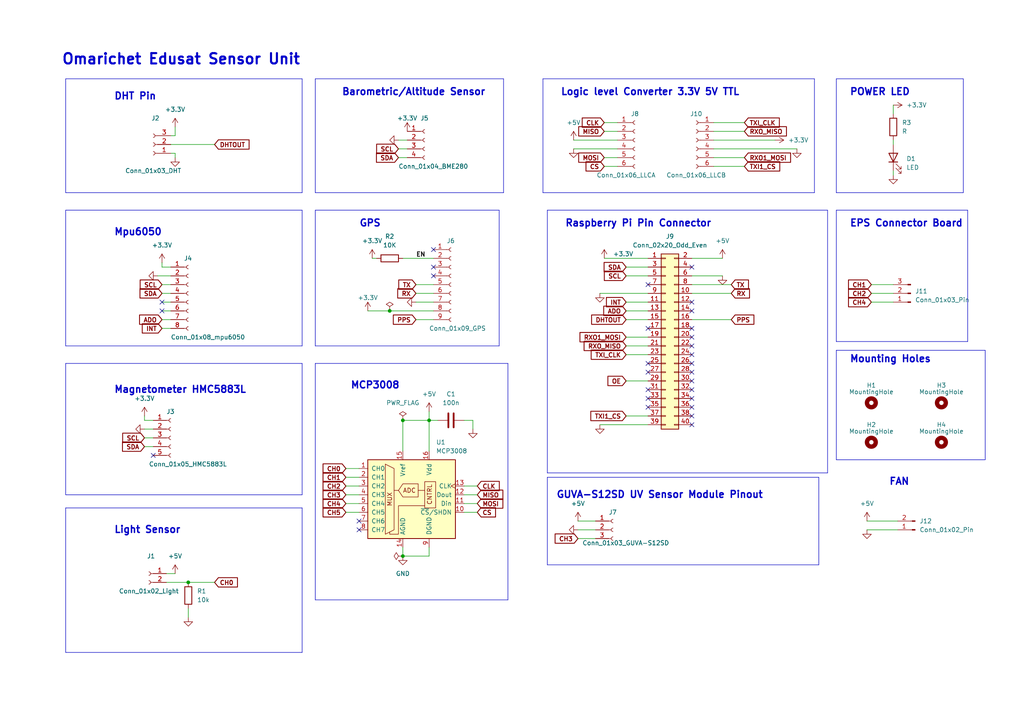
<source format=kicad_sch>
(kicad_sch (version 20230121) (generator eeschema)
  (paper "A4")
  (title_block (title "Edusat Sensor Board v1.5") (date "2023-09-18") (rev "1.5") (company "Omarichet") (comment 1 "A redesign of the Edusat Sensor Board for generation and printing by JLPCB. Total size should be 8x8 cm."))
  (lib_symbols
    (symbol "Analog_ADC:MCP3008" (pin_names (offset 1.016))
      (property "Reference" "U" (at -5.08 13.335 0))
      (property "Value" "MCP3008" (at -5.08 11.43 0))
      (symbol "MCP3008_0_0"
        (text "ADC" (at -0.635 1.27 0) (effects (font (size 1.27 1.27))))
        (text "CNTRL" (at 5.969 -2.921 900) (effects (font (size 1.27 1.27)) (justify left bottom)))
        (text "MUX" (at -6.35 -1.27 900) (effects (font (size 1.27 1.27))))
      )
      (symbol "MCP3008_0_1"
        (polyline (pts (xy -3.81 1.27) (xy -5.08 1.27)))
        (polyline (pts (xy 1.905 1.27) (xy 3.81 1.27)))
        (polyline (pts (xy -7.62 8.89) (xy -7.62 -11.43) (xy -5.08 -10.16) (xy -5.08 7.62) (xy -7.62 8.89)))
        (polyline (pts (xy 3.81 -3.175) (xy -3.81 -3.175) (xy -3.81 -11.43) (xy -6.35 -11.43) (xy -6.35 -10.795)))
        (polyline (pts (xy 1.905 3.175) (xy 1.905 -0.635) (xy -2.54 -0.635) (xy -3.81 1.27) (xy -2.54 3.175) (xy 1.905 3.175)))
        (rectangle (start 3.81 -3.81) (end 6.985 3.81))
        (rectangle (start 12.7 -12.7) (end -12.7 10.16) (stroke (width 0.254)) (fill (type background)))
      )
      (symbol "MCP3008_1_1"
        (pin input line (at -15.24 7.62 0) (length 2.54) (name "CH0") (number "1"))
        (pin input line (at 15.24 -5.08 180) (length 2.54) (name "~{CS}/SHDN") (number "10"))
        (pin input line (at 15.24 -2.54 180) (length 2.54) (name "Din") (number "11"))
        (pin output line (at 15.24 0 180) (length 2.54) (name "Dout") (number "12"))
        (pin input clock (at 15.24 2.54 180) (length 2.54) (name "CLK") (number "13"))
        (pin power_in line (at -2.54 -15.24 90) (length 2.54) (name "AGND") (number "14"))
        (pin power_in line (at -2.54 12.7 270) (length 2.54) (name "Vref") (number "15"))
        (pin power_in line (at 5.08 12.7 270) (length 2.54) (name "Vdd") (number "16"))
        (pin input line (at -15.24 5.08 0) (length 2.54) (name "CH1") (number "2"))
        (pin input line (at -15.24 2.54 0) (length 2.54) (name "CH2") (number "3"))
        (pin input line (at -15.24 0 0) (length 2.54) (name "CH3") (number "4"))
        (pin input line (at -15.24 -2.54 0) (length 2.54) (name "CH4") (number "5"))
        (pin input line (at -15.24 -5.08 0) (length 2.54) (name "CH5") (number "6"))
        (pin input line (at -15.24 -7.62 0) (length 2.54) (name "CH6") (number "7"))
        (pin input line (at -15.24 -10.16 0) (length 2.54) (name "CH7") (number "8"))
        (pin power_in line (at 5.08 -15.24 90) (length 2.54) (name "DGND") (number "9"))
      )
    )
    (symbol "Connector:Conn_01x02_Female" (pin_names (offset 1.016) hide)
      (property "Reference" "J" (at 0 2.54 0))
      (property "Value" "Conn_01x02_Female" (at 0 -5.08 0))
      (symbol "Conn_01x02_Female_1_1"
        (arc (start 0 -2.032) (mid -0.5058 -2.54) (end 0 -3.048) (stroke (width 0.1524)))
        (polyline (pts (xy -1.27 -2.54) (xy -0.508 -2.54)) (stroke (width 0.1524)))
        (polyline (pts (xy -1.27 0) (xy -0.508 0)) (stroke (width 0.1524)))
        (arc (start 0 0.508) (mid -0.5058 0) (end 0 -0.508) (stroke (width 0.1524)))
        (pin passive line (at -5.08 0 0) (length 3.81) (name "Pin_1") (number "1"))
        (pin passive line (at -5.08 -2.54 0) (length 3.81) (name "Pin_2") (number "2"))
      )
    )
    (symbol "Connector:Conn_01x02_Pin" (pin_names (offset 1.016) hide)
      (property "Reference" "J" (at 0 2.54 0))
      (property "Value" "Conn_01x02_Pin" (at 0 -5.08 0))
      (symbol "Conn_01x02_Pin_1_1"
        (polyline (pts (xy 1.27 -2.54) (xy 0.8636 -2.54)) (stroke (width 0.1524)))
        (polyline (pts (xy 1.27 0) (xy 0.8636 0)) (stroke (width 0.1524)))
        (rectangle (start 0.8636 -2.413) (end 0 -2.667) (stroke (width 0.1524)) (fill (type outline)))
        (rectangle (start 0.8636 0.127) (end 0 -0.127) (stroke (width 0.1524)) (fill (type outline)))
        (pin passive line (at 5.08 0 180) (length 3.81) (name "Pin_1") (number "1"))
        (pin passive line (at 5.08 -2.54 180) (length 3.81) (name "Pin_2") (number "2"))
      )
    )
    (symbol "Connector:Conn_01x03_Female" (pin_names (offset 1.016) hide)
      (property "Reference" "J" (at 0 5.08 0))
      (property "Value" "Conn_01x03_Female" (at 0 -5.08 0))
      (symbol "Conn_01x03_Female_1_1"
        (arc (start 0 -2.032) (mid -0.5058 -2.54) (end 0 -3.048) (stroke (width 0.1524)))
        (polyline (pts (xy -1.27 -2.54) (xy -0.508 -2.54)) (stroke (width 0.1524)))
        (polyline (pts (xy -1.27 0) (xy -0.508 0)) (stroke (width 0.1524)))
        (polyline (pts (xy -1.27 2.54) (xy -0.508 2.54)) (stroke (width 0.1524)))
        (arc (start 0 0.508) (mid -0.5058 0) (end 0 -0.508) (stroke (width 0.1524)))
        (arc (start 0 3.048) (mid -0.5058 2.54) (end 0 2.032) (stroke (width 0.1524)))
        (pin passive line (at -5.08 2.54 0) (length 3.81) (name "Pin_1") (number "1"))
        (pin passive line (at -5.08 0 0) (length 3.81) (name "Pin_2") (number "2"))
        (pin passive line (at -5.08 -2.54 0) (length 3.81) (name "Pin_3") (number "3"))
      )
    )
    (symbol "Connector:Conn_01x03_Pin" (pin_names (offset 1.016) hide)
      (property "Reference" "J" (at 0 5.08 0))
      (property "Value" "Conn_01x03_Pin" (at 0 -5.08 0))
      (symbol "Conn_01x03_Pin_1_1"
        (polyline (pts (xy 1.27 -2.54) (xy 0.8636 -2.54)) (stroke (width 0.1524)))
        (polyline (pts (xy 1.27 0) (xy 0.8636 0)) (stroke (width 0.1524)))
        (polyline (pts (xy 1.27 2.54) (xy 0.8636 2.54)) (stroke (width 0.1524)))
        (rectangle (start 0.8636 -2.413) (end 0 -2.667) (stroke (width 0.1524)) (fill (type outline)))
        (rectangle (start 0.8636 0.127) (end 0 -0.127) (stroke (width 0.1524)) (fill (type outline)))
        (rectangle (start 0.8636 2.667) (end 0 2.413) (stroke (width 0.1524)) (fill (type outline)))
        (pin passive line (at 5.08 2.54 180) (length 3.81) (name "Pin_1") (number "1"))
        (pin passive line (at 5.08 0 180) (length 3.81) (name "Pin_2") (number "2"))
        (pin passive line (at 5.08 -2.54 180) (length 3.81) (name "Pin_3") (number "3"))
      )
    )
    (symbol "Connector:Conn_01x04_Female" (pin_names (offset 1.016) hide)
      (property "Reference" "J" (at 0 5.08 0))
      (property "Value" "Conn_01x04_Female" (at 0 -7.62 0))
      (symbol "Conn_01x04_Female_1_1"
        (arc (start 0 -4.572) (mid -0.5058 -5.08) (end 0 -5.588) (stroke (width 0.1524)))
        (arc (start 0 -2.032) (mid -0.5058 -2.54) (end 0 -3.048) (stroke (width 0.1524)))
        (polyline (pts (xy -1.27 -5.08) (xy -0.508 -5.08)) (stroke (width 0.1524)))
        (polyline (pts (xy -1.27 -2.54) (xy -0.508 -2.54)) (stroke (width 0.1524)))
        (polyline (pts (xy -1.27 0) (xy -0.508 0)) (stroke (width 0.1524)))
        (polyline (pts (xy -1.27 2.54) (xy -0.508 2.54)) (stroke (width 0.1524)))
        (arc (start 0 0.508) (mid -0.5058 0) (end 0 -0.508) (stroke (width 0.1524)))
        (arc (start 0 3.048) (mid -0.5058 2.54) (end 0 2.032) (stroke (width 0.1524)))
        (pin passive line (at -5.08 2.54 0) (length 3.81) (name "Pin_1") (number "1"))
        (pin passive line (at -5.08 0 0) (length 3.81) (name "Pin_2") (number "2"))
        (pin passive line (at -5.08 -2.54 0) (length 3.81) (name "Pin_3") (number "3"))
        (pin passive line (at -5.08 -5.08 0) (length 3.81) (name "Pin_4") (number "4"))
      )
    )
    (symbol "Connector:Conn_01x05_Female" (pin_names (offset 1.016) hide)
      (property "Reference" "J" (at 0 7.62 0))
      (property "Value" "Conn_01x05_Female" (at 0 -7.62 0))
      (symbol "Conn_01x05_Female_1_1"
        (arc (start 0 -4.572) (mid -0.5058 -5.08) (end 0 -5.588) (stroke (width 0.1524)))
        (arc (start 0 -2.032) (mid -0.5058 -2.54) (end 0 -3.048) (stroke (width 0.1524)))
        (polyline (pts (xy -1.27 -5.08) (xy -0.508 -5.08)) (stroke (width 0.1524)))
        (polyline (pts (xy -1.27 -2.54) (xy -0.508 -2.54)) (stroke (width 0.1524)))
        (polyline (pts (xy -1.27 0) (xy -0.508 0)) (stroke (width 0.1524)))
        (polyline (pts (xy -1.27 2.54) (xy -0.508 2.54)) (stroke (width 0.1524)))
        (polyline (pts (xy -1.27 5.08) (xy -0.508 5.08)) (stroke (width 0.1524)))
        (arc (start 0 0.508) (mid -0.5058 0) (end 0 -0.508) (stroke (width 0.1524)))
        (arc (start 0 3.048) (mid -0.5058 2.54) (end 0 2.032) (stroke (width 0.1524)))
        (arc (start 0 5.588) (mid -0.5058 5.08) (end 0 4.572) (stroke (width 0.1524)))
        (pin passive line (at -5.08 5.08 0) (length 3.81) (name "Pin_1") (number "1"))
        (pin passive line (at -5.08 2.54 0) (length 3.81) (name "Pin_2") (number "2"))
        (pin passive line (at -5.08 0 0) (length 3.81) (name "Pin_3") (number "3"))
        (pin passive line (at -5.08 -2.54 0) (length 3.81) (name "Pin_4") (number "4"))
        (pin passive line (at -5.08 -5.08 0) (length 3.81) (name "Pin_5") (number "5"))
      )
    )
    (symbol "Connector:Conn_01x06_Female" (pin_names (offset 1.016) hide)
      (property "Reference" "J" (at 0 7.62 0))
      (property "Value" "Conn_01x06_Female" (at 0 -10.16 0))
      (symbol "Conn_01x06_Female_1_1"
        (arc (start 0 -7.112) (mid -0.5058 -7.62) (end 0 -8.128) (stroke (width 0.1524)))
        (arc (start 0 -4.572) (mid -0.5058 -5.08) (end 0 -5.588) (stroke (width 0.1524)))
        (arc (start 0 -2.032) (mid -0.5058 -2.54) (end 0 -3.048) (stroke (width 0.1524)))
        (polyline (pts (xy -1.27 -7.62) (xy -0.508 -7.62)) (stroke (width 0.1524)))
        (polyline (pts (xy -1.27 -5.08) (xy -0.508 -5.08)) (stroke (width 0.1524)))
        (polyline (pts (xy -1.27 -2.54) (xy -0.508 -2.54)) (stroke (width 0.1524)))
        (polyline (pts (xy -1.27 0) (xy -0.508 0)) (stroke (width 0.1524)))
        (polyline (pts (xy -1.27 2.54) (xy -0.508 2.54)) (stroke (width 0.1524)))
        (polyline (pts (xy -1.27 5.08) (xy -0.508 5.08)) (stroke (width 0.1524)))
        (arc (start 0 0.508) (mid -0.5058 0) (end 0 -0.508) (stroke (width 0.1524)))
        (arc (start 0 3.048) (mid -0.5058 2.54) (end 0 2.032) (stroke (width 0.1524)))
        (arc (start 0 5.588) (mid -0.5058 5.08) (end 0 4.572) (stroke (width 0.1524)))
        (pin passive line (at -5.08 5.08 0) (length 3.81) (name "Pin_1") (number "1"))
        (pin passive line (at -5.08 2.54 0) (length 3.81) (name "Pin_2") (number "2"))
        (pin passive line (at -5.08 0 0) (length 3.81) (name "Pin_3") (number "3"))
        (pin passive line (at -5.08 -2.54 0) (length 3.81) (name "Pin_4") (number "4"))
        (pin passive line (at -5.08 -5.08 0) (length 3.81) (name "Pin_5") (number "5"))
        (pin passive line (at -5.08 -7.62 0) (length 3.81) (name "Pin_6") (number "6"))
      )
    )
    (symbol "Connector:Conn_01x08_Female" (pin_names (offset 1.016) hide)
      (property "Reference" "J" (at 0 10.16 0))
      (property "Value" "Conn_01x08_Female" (at 0 -12.7 0))
      (symbol "Conn_01x08_Female_1_1"
        (arc (start 0 -9.652) (mid -0.5058 -10.16) (end 0 -10.668) (stroke (width 0.1524)))
        (arc (start 0 -7.112) (mid -0.5058 -7.62) (end 0 -8.128) (stroke (width 0.1524)))
        (arc (start 0 -4.572) (mid -0.5058 -5.08) (end 0 -5.588) (stroke (width 0.1524)))
        (arc (start 0 -2.032) (mid -0.5058 -2.54) (end 0 -3.048) (stroke (width 0.1524)))
        (polyline (pts (xy -1.27 -10.16) (xy -0.508 -10.16)) (stroke (width 0.1524)))
        (polyline (pts (xy -1.27 -7.62) (xy -0.508 -7.62)) (stroke (width 0.1524)))
        (polyline (pts (xy -1.27 -5.08) (xy -0.508 -5.08)) (stroke (width 0.1524)))
        (polyline (pts (xy -1.27 -2.54) (xy -0.508 -2.54)) (stroke (width 0.1524)))
        (polyline (pts (xy -1.27 0) (xy -0.508 0)) (stroke (width 0.1524)))
        (polyline (pts (xy -1.27 2.54) (xy -0.508 2.54)) (stroke (width 0.1524)))
        (polyline (pts (xy -1.27 5.08) (xy -0.508 5.08)) (stroke (width 0.1524)))
        (polyline (pts (xy -1.27 7.62) (xy -0.508 7.62)) (stroke (width 0.1524)))
        (arc (start 0 0.508) (mid -0.5058 0) (end 0 -0.508) (stroke (width 0.1524)))
        (arc (start 0 3.048) (mid -0.5058 2.54) (end 0 2.032) (stroke (width 0.1524)))
        (arc (start 0 5.588) (mid -0.5058 5.08) (end 0 4.572) (stroke (width 0.1524)))
        (arc (start 0 8.128) (mid -0.5058 7.62) (end 0 7.112) (stroke (width 0.1524)))
        (pin passive line (at -5.08 7.62 0) (length 3.81) (name "Pin_1") (number "1"))
        (pin passive line (at -5.08 5.08 0) (length 3.81) (name "Pin_2") (number "2"))
        (pin passive line (at -5.08 2.54 0) (length 3.81) (name "Pin_3") (number "3"))
        (pin passive line (at -5.08 0 0) (length 3.81) (name "Pin_4") (number "4"))
        (pin passive line (at -5.08 -2.54 0) (length 3.81) (name "Pin_5") (number "5"))
        (pin passive line (at -5.08 -5.08 0) (length 3.81) (name "Pin_6") (number "6"))
        (pin passive line (at -5.08 -7.62 0) (length 3.81) (name "Pin_7") (number "7"))
        (pin passive line (at -5.08 -10.16 0) (length 3.81) (name "Pin_8") (number "8"))
      )
    )
    (symbol "Connector:Conn_01x09_Female" (pin_names (offset 1.016) hide)
      (property "Reference" "J" (at 0 12.7 0))
      (property "Value" "Conn_01x09_Female" (at 0 -12.7 0))
      (symbol "Conn_01x09_Female_1_1"
        (arc (start 0 -9.652) (mid -0.5058 -10.16) (end 0 -10.668) (stroke (width 0.1524)))
        (arc (start 0 -7.112) (mid -0.5058 -7.62) (end 0 -8.128) (stroke (width 0.1524)))
        (arc (start 0 -4.572) (mid -0.5058 -5.08) (end 0 -5.588) (stroke (width 0.1524)))
        (arc (start 0 -2.032) (mid -0.5058 -2.54) (end 0 -3.048) (stroke (width 0.1524)))
        (polyline (pts (xy -1.27 -10.16) (xy -0.508 -10.16)) (stroke (width 0.1524)))
        (polyline (pts (xy -1.27 -7.62) (xy -0.508 -7.62)) (stroke (width 0.1524)))
        (polyline (pts (xy -1.27 -5.08) (xy -0.508 -5.08)) (stroke (width 0.1524)))
        (polyline (pts (xy -1.27 -2.54) (xy -0.508 -2.54)) (stroke (width 0.1524)))
        (polyline (pts (xy -1.27 0) (xy -0.508 0)) (stroke (width 0.1524)))
        (polyline (pts (xy -1.27 2.54) (xy -0.508 2.54)) (stroke (width 0.1524)))
        (polyline (pts (xy -1.27 5.08) (xy -0.508 5.08)) (stroke (width 0.1524)))
        (polyline (pts (xy -1.27 7.62) (xy -0.508 7.62)) (stroke (width 0.1524)))
        (polyline (pts (xy -1.27 10.16) (xy -0.508 10.16)) (stroke (width 0.1524)))
        (arc (start 0 0.508) (mid -0.5058 0) (end 0 -0.508) (stroke (width 0.1524)))
        (arc (start 0 3.048) (mid -0.5058 2.54) (end 0 2.032) (stroke (width 0.1524)))
        (arc (start 0 5.588) (mid -0.5058 5.08) (end 0 4.572) (stroke (width 0.1524)))
        (arc (start 0 8.128) (mid -0.5058 7.62) (end 0 7.112) (stroke (width 0.1524)))
        (arc (start 0 10.668) (mid -0.5058 10.16) (end 0 9.652) (stroke (width 0.1524)))
        (pin passive line (at -5.08 10.16 0) (length 3.81) (name "Pin_1") (number "1"))
        (pin passive line (at -5.08 7.62 0) (length 3.81) (name "Pin_2") (number "2"))
        (pin passive line (at -5.08 5.08 0) (length 3.81) (name "Pin_3") (number "3"))
        (pin passive line (at -5.08 2.54 0) (length 3.81) (name "Pin_4") (number "4"))
        (pin passive line (at -5.08 0 0) (length 3.81) (name "Pin_5") (number "5"))
        (pin passive line (at -5.08 -2.54 0) (length 3.81) (name "Pin_6") (number "6"))
        (pin passive line (at -5.08 -5.08 0) (length 3.81) (name "Pin_7") (number "7"))
        (pin passive line (at -5.08 -7.62 0) (length 3.81) (name "Pin_8") (number "8"))
        (pin passive line (at -5.08 -10.16 0) (length 3.81) (name "Pin_9") (number "9"))
      )
    )
    (symbol "Connector_Generic:Conn_02x20_Odd_Even" (pin_names (offset 1.016) hide)
      (property "Reference" "J" (at 1.27 25.4 0))
      (property "Value" "Conn_02x20_Odd_Even" (at 1.27 -27.94 0))
      (symbol "Conn_02x20_Odd_Even_1_1"
        (rectangle (start -1.27 -25.273) (end 0 -25.527) (stroke (width 0.1524)))
        (rectangle (start -1.27 -22.733) (end 0 -22.987) (stroke (width 0.1524)))
        (rectangle (start -1.27 -20.193) (end 0 -20.447) (stroke (width 0.1524)))
        (rectangle (start -1.27 -17.653) (end 0 -17.907) (stroke (width 0.1524)))
        (rectangle (start -1.27 -15.113) (end 0 -15.367) (stroke (width 0.1524)))
        (rectangle (start -1.27 -12.573) (end 0 -12.827) (stroke (width 0.1524)))
        (rectangle (start -1.27 -10.033) (end 0 -10.287) (stroke (width 0.1524)))
        (rectangle (start -1.27 -7.493) (end 0 -7.747) (stroke (width 0.1524)))
        (rectangle (start -1.27 -4.953) (end 0 -5.207) (stroke (width 0.1524)))
        (rectangle (start -1.27 -2.413) (end 0 -2.667) (stroke (width 0.1524)))
        (rectangle (start -1.27 0.127) (end 0 -0.127) (stroke (width 0.1524)))
        (rectangle (start -1.27 2.667) (end 0 2.413) (stroke (width 0.1524)))
        (rectangle (start -1.27 5.207) (end 0 4.953) (stroke (width 0.1524)))
        (rectangle (start -1.27 7.747) (end 0 7.493) (stroke (width 0.1524)))
        (rectangle (start -1.27 10.287) (end 0 10.033) (stroke (width 0.1524)))
        (rectangle (start -1.27 12.827) (end 0 12.573) (stroke (width 0.1524)))
        (rectangle (start -1.27 15.367) (end 0 15.113) (stroke (width 0.1524)))
        (rectangle (start -1.27 17.907) (end 0 17.653) (stroke (width 0.1524)))
        (rectangle (start -1.27 20.447) (end 0 20.193) (stroke (width 0.1524)))
        (rectangle (start -1.27 22.987) (end 0 22.733) (stroke (width 0.1524)))
        (rectangle (start -1.27 24.13) (end 3.81 -26.67) (stroke (width 0.254)) (fill (type background)))
        (rectangle (start 3.81 -25.273) (end 2.54 -25.527) (stroke (width 0.1524)))
        (rectangle (start 3.81 -22.733) (end 2.54 -22.987) (stroke (width 0.1524)))
        (rectangle (start 3.81 -20.193) (end 2.54 -20.447) (stroke (width 0.1524)))
        (rectangle (start 3.81 -17.653) (end 2.54 -17.907) (stroke (width 0.1524)))
        (rectangle (start 3.81 -15.113) (end 2.54 -15.367) (stroke (width 0.1524)))
        (rectangle (start 3.81 -12.573) (end 2.54 -12.827) (stroke (width 0.1524)))
        (rectangle (start 3.81 -10.033) (end 2.54 -10.287) (stroke (width 0.1524)))
        (rectangle (start 3.81 -7.493) (end 2.54 -7.747) (stroke (width 0.1524)))
        (rectangle (start 3.81 -4.953) (end 2.54 -5.207) (stroke (width 0.1524)))
        (rectangle (start 3.81 -2.413) (end 2.54 -2.667) (stroke (width 0.1524)))
        (rectangle (start 3.81 0.127) (end 2.54 -0.127) (stroke (width 0.1524)))
        (rectangle (start 3.81 2.667) (end 2.54 2.413) (stroke (width 0.1524)))
        (rectangle (start 3.81 5.207) (end 2.54 4.953) (stroke (width 0.1524)))
        (rectangle (start 3.81 7.747) (end 2.54 7.493) (stroke (width 0.1524)))
        (rectangle (start 3.81 10.287) (end 2.54 10.033) (stroke (width 0.1524)))
        (rectangle (start 3.81 12.827) (end 2.54 12.573) (stroke (width 0.1524)))
        (rectangle (start 3.81 15.367) (end 2.54 15.113) (stroke (width 0.1524)))
        (rectangle (start 3.81 17.907) (end 2.54 17.653) (stroke (width 0.1524)))
        (rectangle (start 3.81 20.447) (end 2.54 20.193) (stroke (width 0.1524)))
        (rectangle (start 3.81 22.987) (end 2.54 22.733) (stroke (width 0.1524)))
        (pin passive line (at -5.08 22.86 0) (length 3.81) (name "Pin_1") (number "1"))
        (pin passive line (at 7.62 12.7 180) (length 3.81) (name "Pin_10") (number "10"))
        (pin passive line (at -5.08 10.16 0) (length 3.81) (name "Pin_11") (number "11"))
        (pin passive line (at 7.62 10.16 180) (length 3.81) (name "Pin_12") (number "12"))
        (pin passive line (at -5.08 7.62 0) (length 3.81) (name "Pin_13") (number "13"))
        (pin passive line (at 7.62 7.62 180) (length 3.81) (name "Pin_14") (number "14"))
        (pin passive line (at -5.08 5.08 0) (length 3.81) (name "Pin_15") (number "15"))
        (pin passive line (at 7.62 5.08 180) (length 3.81) (name "Pin_16") (number "16"))
        (pin passive line (at -5.08 2.54 0) (length 3.81) (name "Pin_17") (number "17"))
        (pin passive line (at 7.62 2.54 180) (length 3.81) (name "Pin_18") (number "18"))
        (pin passive line (at -5.08 0 0) (length 3.81) (name "Pin_19") (number "19"))
        (pin passive line (at 7.62 22.86 180) (length 3.81) (name "Pin_2") (number "2"))
        (pin passive line (at 7.62 0 180) (length 3.81) (name "Pin_20") (number "20"))
        (pin passive line (at -5.08 -2.54 0) (length 3.81) (name "Pin_21") (number "21"))
        (pin passive line (at 7.62 -2.54 180) (length 3.81) (name "Pin_22") (number "22"))
        (pin passive line (at -5.08 -5.08 0) (length 3.81) (name "Pin_23") (number "23"))
        (pin passive line (at 7.62 -5.08 180) (length 3.81) (name "Pin_24") (number "24"))
        (pin passive line (at -5.08 -7.62 0) (length 3.81) (name "Pin_25") (number "25"))
        (pin passive line (at 7.62 -7.62 180) (length 3.81) (name "Pin_26") (number "26"))
        (pin passive line (at -5.08 -10.16 0) (length 3.81) (name "Pin_27") (number "27"))
        (pin passive line (at 7.62 -10.16 180) (length 3.81) (name "Pin_28") (number "28"))
        (pin passive line (at -5.08 -12.7 0) (length 3.81) (name "Pin_29") (number "29"))
        (pin passive line (at -5.08 20.32 0) (length 3.81) (name "Pin_3") (number "3"))
        (pin passive line (at 7.62 -12.7 180) (length 3.81) (name "Pin_30") (number "30"))
        (pin passive line (at -5.08 -15.24 0) (length 3.81) (name "Pin_31") (number "31"))
        (pin passive line (at 7.62 -15.24 180) (length 3.81) (name "Pin_32") (number "32"))
        (pin passive line (at -5.08 -17.78 0) (length 3.81) (name "Pin_33") (number "33"))
        (pin passive line (at 7.62 -17.78 180) (length 3.81) (name "Pin_34") (number "34"))
        (pin passive line (at -5.08 -20.32 0) (length 3.81) (name "Pin_35") (number "35"))
        (pin passive line (at 7.62 -20.32 180) (length 3.81) (name "Pin_36") (number "36"))
        (pin passive line (at -5.08 -22.86 0) (length 3.81) (name "Pin_37") (number "37"))
        (pin passive line (at 7.62 -22.86 180) (length 3.81) (name "Pin_38") (number "38"))
        (pin passive line (at -5.08 -25.4 0) (length 3.81) (name "Pin_39") (number "39"))
        (pin passive line (at 7.62 20.32 180) (length 3.81) (name "Pin_4") (number "4"))
        (pin passive line (at 7.62 -25.4 180) (length 3.81) (name "Pin_40") (number "40"))
        (pin passive line (at -5.08 17.78 0) (length 3.81) (name "Pin_5") (number "5"))
        (pin passive line (at 7.62 17.78 180) (length 3.81) (name "Pin_6") (number "6"))
        (pin passive line (at -5.08 15.24 0) (length 3.81) (name "Pin_7") (number "7"))
        (pin passive line (at 7.62 15.24 180) (length 3.81) (name "Pin_8") (number "8"))
        (pin passive line (at -5.08 12.7 0) (length 3.81) (name "Pin_9") (number "9"))
      )
    )
    (symbol "Device:C" (pin_numbers hide) (pin_names (offset 0.254))
      (property "Reference" "C" (at 0.635 2.54 0))
      (property "Value" "C" (at 0.635 -2.54 0))
      (symbol "C_0_1"
        (polyline (pts (xy -2.032 -0.762) (xy 2.032 -0.762)) (stroke (width 0.508)))
        (polyline (pts (xy -2.032 0.762) (xy 2.032 0.762)) (stroke (width 0.508)))
      )
      (symbol "C_1_1"
        (pin passive line (at 0 3.81 270) (length 2.794) (name "~") (number "1"))
        (pin passive line (at 0 -3.81 90) (length 2.794) (name "~") (number "2"))
      )
    )
    (symbol "Device:LED" (pin_numbers hide) (pin_names (offset 1.016) hide)
      (property "Reference" "D" (at 0 2.54 0))
      (property "Value" "LED" (at 0 -2.54 0))
      (symbol "LED_0_1"
        (polyline (pts (xy -1.27 -1.27) (xy -1.27 1.27)) (stroke (width 0.254)))
        (polyline (pts (xy -1.27 0) (xy 1.27 0)))
        (polyline (pts (xy 1.27 -1.27) (xy 1.27 1.27) (xy -1.27 0) (xy 1.27 -1.27)) (stroke (width 0.254)))
        (polyline (pts (xy -3.048 -0.762) (xy -4.572 -2.286) (xy -3.81 -2.286) (xy -4.572 -2.286) (xy -4.572 -1.524)))
        (polyline (pts (xy -1.778 -0.762) (xy -3.302 -2.286) (xy -2.54 -2.286) (xy -3.302 -2.286) (xy -3.302 -1.524)))
      )
      (symbol "LED_1_1"
        (pin passive line (at -3.81 0 0) (length 2.54) (name "K") (number "1"))
        (pin passive line (at 3.81 0 180) (length 2.54) (name "A") (number "2"))
      )
    )
    (symbol "Device:R" (pin_numbers hide) (pin_names (offset 0))
      (property "Reference" "R" (at 2.032 0 90))
      (property "Value" "R" (at 0 0 90))
      (symbol "R_0_1"
        (rectangle (start -1.016 -2.54) (end 1.016 2.54) (stroke (width 0.254)))
      )
      (symbol "R_1_1"
        (pin passive line (at 0 3.81 270) (length 1.27) (name "~") (number "1"))
        (pin passive line (at 0 -3.81 90) (length 1.27) (name "~") (number "2"))
      )
    )
    (symbol "Mechanical:MountingHole" (pin_names (offset 1.016))
      (property "Reference" "H" (at 0 5.08 0))
      (property "Value" "MountingHole" (at 0 3.175 0))
      (symbol "MountingHole_0_1"
        (circle (center 0 0) (radius 1.27) (stroke (width 1.27)))
      )
    )
    (symbol "power:+3.3V" (power) (pin_names (offset 0))
      (property "Value" "+3.3V" (at 0 3.556 0))
      (symbol "+3.3V_0_1"
        (polyline (pts (xy -0.762 1.27) (xy 0 2.54)))
        (polyline (pts (xy 0 0) (xy 0 2.54)))
        (polyline (pts (xy 0 2.54) (xy 0.762 1.27)))
      )
      (symbol "+3.3V_1_1"
        (pin power_in line (at 0 0 90) (length 0) hide (name "+3.3V") (number "1"))
      )
    )
    (symbol "power:+5V" (power) (pin_names (offset 0))
      (property "Value" "+5V" (at 0 3.556 0))
      (symbol "+5V_0_1"
        (polyline (pts (xy -0.762 1.27) (xy 0 2.54)))
        (polyline (pts (xy 0 0) (xy 0 2.54)))
        (polyline (pts (xy 0 2.54) (xy 0.762 1.27)))
      )
      (symbol "+5V_1_1"
        (pin power_in line (at 0 0 90) (length 0) hide (name "+5V") (number "1"))
      )
    )
    (symbol "power:GND" (power) (pin_names (offset 0))
      (property "Value" "GND" (at 0 -3.81 0))
      (symbol "GND_0_1"
        (polyline (pts (xy 0 0) (xy 0 -1.27) (xy 1.27 -1.27) (xy 0 -2.54) (xy -1.27 -1.27) (xy 0 -1.27)))
      )
      (symbol "GND_1_1"
        (pin power_in line (at 0 0 270) (length 0) hide (name "GND") (number "1"))
      )
    )
    (symbol "power:PWR_FLAG" (power) (pin_numbers hide) (pin_names (offset 0) hide)
      (property "Value" "PWR_FLAG" (at 0 3.81 0))
      (symbol "PWR_FLAG_0_0"
        (pin power_out line (at 0 0 90) (length 0) (name "pwr") (number "1"))
      )
      (symbol "PWR_FLAG_0_1"
        (polyline (pts (xy 0 0) (xy 0 1.27) (xy -1.016 1.905) (xy 0 2.54) (xy 1.016 1.905) (xy 0 1.27)))
      )
    )
  )
  (junction (at 116.84 121.92))
  (junction (at 116.84 161.29))
  (junction (at 124.46 121.92))
  (junction (at 54.61 168.91))
  (junction (at 113.03 90.17))
  (no_connect (at 200.66 107.95))
  (no_connect (at 125.73 77.47))
  (no_connect (at 187.96 107.95))
  (no_connect (at 200.66 90.17))
  (no_connect (at 187.96 105.41))
  (no_connect (at 187.96 95.25))
  (no_connect (at 125.73 72.39))
  (no_connect (at 200.66 95.25))
  (no_connect (at 187.96 82.55))
  (no_connect (at 200.66 115.57))
  (no_connect (at 200.66 102.87))
  (no_connect (at 104.14 151.13))
  (no_connect (at 46.99 87.63))
  (no_connect (at 200.66 120.65))
  (no_connect (at 187.96 118.11))
  (no_connect (at 187.96 113.03))
  (no_connect (at 200.66 105.41))
  (no_connect (at 104.14 153.67))
  (no_connect (at 44.45 132.08))
  (no_connect (at 200.66 118.11))
  (no_connect (at 46.99 90.17))
  (no_connect (at 200.66 110.49))
  (no_connect (at 200.66 87.63))
  (no_connect (at 125.73 80.01))
  (no_connect (at 200.66 123.19))
  (no_connect (at 187.96 115.57))
  (no_connect (at 200.66 113.03))
  (no_connect (at 200.66 97.79))
  (no_connect (at 200.66 77.47))
  (no_connect (at 200.66 100.33))
  (wire (pts (xy 62.23 41.91) (xy 49.53 41.91)))
  (polyline (pts (xy 237.49 163.83) (xy 237.49 138.43)))
  (wire (pts (xy 251.46 151.13) (xy 260.35 151.13)))
  (wire (pts (xy 137.16 121.92) (xy 137.16 124.46)))
  (wire (pts (xy 46.99 85.09) (xy 49.53 85.09)))
  (wire (pts (xy 181.61 120.65) (xy 187.96 120.65)))
  (wire (pts (xy 181.61 80.01) (xy 187.96 80.01)))
  (wire (pts (xy 252.73 85.09) (xy 259.08 85.09)))
  (wire (pts (xy 41.91 124.46) (xy 44.45 124.46)))
  (polyline (pts (xy 240.03 137.16) (xy 158.75 137.16)))
  (wire (pts (xy 134.62 148.59) (xy 138.43 148.59)))
  (wire (pts (xy 113.03 90.17) (xy 125.73 90.17)))
  (polyline (pts (xy 147.32 173.99) (xy 91.44 173.99)))
  (polyline (pts (xy 87.63 189.23) (xy 19.05 189.23)))
  (polyline (pts (xy 87.63 143.51) (xy 19.05 143.51)))
  (wire (pts (xy 181.61 92.71) (xy 187.96 92.71)))
  (wire (pts (xy 173.99 85.09) (xy 187.96 85.09)))
  (polyline (pts (xy 158.75 163.83) (xy 237.49 163.83)))
  (wire (pts (xy 134.62 121.92) (xy 137.16 121.92)))
  (wire (pts (xy 46.99 76.2) (xy 46.99 77.47)))
  (wire (pts (xy 175.26 48.26) (xy 179.07 48.26)))
  (polyline (pts (xy 19.05 105.41) (xy 19.05 143.51)))
  (polyline (pts (xy 87.63 105.41) (xy 87.63 143.51)))
  (polyline (pts (xy 240.03 60.96) (xy 240.03 137.16)))
  (polyline (pts (xy 279.4 55.88) (xy 279.4 22.86)))
  (wire (pts (xy 48.26 168.91) (xy 54.61 168.91)))
  (wire (pts (xy 100.33 143.51) (xy 104.14 143.51)))
  (polyline (pts (xy 144.78 100.33) (xy 144.78 60.96)))
  (wire (pts (xy 181.61 110.49) (xy 187.96 110.49)))
  (wire (pts (xy 46.99 82.55) (xy 49.53 82.55)))
  (wire (pts (xy 252.73 82.55) (xy 259.08 82.55)))
  (polyline (pts (xy 91.44 100.33) (xy 144.78 100.33)))
  (wire (pts (xy 115.57 43.18) (xy 118.11 43.18)))
  (wire (pts (xy 181.61 100.33) (xy 187.96 100.33)))
  (wire (pts (xy 124.46 121.92) (xy 127 121.92)))
  (wire (pts (xy 124.46 121.92) (xy 124.46 130.81)))
  (polyline (pts (xy 91.44 22.86) (xy 91.44 55.88)))
  (wire (pts (xy 41.91 129.54) (xy 44.45 129.54)))
  (wire (pts (xy 252.73 87.63) (xy 259.08 87.63)))
  (polyline (pts (xy 91.44 105.41) (xy 91.44 173.99)))
  (polyline (pts (xy 242.57 22.86) (xy 279.4 22.86)))
  (polyline (pts (xy 91.44 60.96) (xy 144.78 60.96)))
  (wire (pts (xy 259.08 30.48) (xy 259.08 33.02)))
  (wire (pts (xy 200.66 74.93) (xy 209.55 74.93)))
  (wire (pts (xy 259.08 40.64) (xy 259.08 41.91)))
  (wire (pts (xy 134.62 143.51) (xy 138.43 143.51)))
  (wire (pts (xy 116.84 161.29) (xy 124.46 161.29)))
  (wire (pts (xy 200.66 85.09) (xy 212.09 85.09)))
  (wire (pts (xy 200.66 80.01) (xy 209.55 80.01)))
  (polyline (pts (xy 91.44 105.41) (xy 147.32 105.41)))
  (polyline (pts (xy 147.32 105.41) (xy 147.32 173.99)))
  (wire (pts (xy 120.65 87.63) (xy 125.73 87.63)))
  (polyline (pts (xy 158.75 60.96) (xy 158.75 137.16)))
  (polyline (pts (xy 19.05 60.96) (xy 87.63 60.96)))
  (wire (pts (xy 100.33 146.05) (xy 104.14 146.05)))
  (polyline (pts (xy 242.57 101.6) (xy 285.75 101.6)))
  (wire (pts (xy 173.99 123.19) (xy 187.96 123.19)))
  (wire (pts (xy 100.33 148.59) (xy 104.14 148.59)))
  (wire (pts (xy 120.65 82.55) (xy 125.73 82.55)))
  (wire (pts (xy 207.01 43.18) (xy 231.14 43.18)))
  (wire (pts (xy 120.65 85.09) (xy 125.73 85.09)))
  (polyline (pts (xy 87.63 22.86) (xy 87.63 55.88)))
  (wire (pts (xy 50.8 44.45) (xy 50.8 45.72)))
  (wire (pts (xy 54.61 168.91) (xy 62.23 168.91)))
  (wire (pts (xy 54.61 176.53) (xy 54.61 179.07)))
  (polyline (pts (xy 157.48 22.86) (xy 236.22 22.86)))
  (polyline (pts (xy 285.75 101.6) (xy 285.75 133.35)))
  (polyline (pts (xy 242.57 22.86) (xy 242.57 55.88)))
  (wire (pts (xy 207.01 38.1) (xy 215.9 38.1)))
  (polyline (pts (xy 91.44 60.96) (xy 91.44 100.33)))
  (wire (pts (xy 46.99 87.63) (xy 49.53 87.63)))
  (wire (pts (xy 45.72 80.01) (xy 49.53 80.01)))
  (polyline (pts (xy 87.63 60.96) (xy 87.63 100.33)))
  (polyline (pts (xy 158.75 60.96) (xy 240.03 60.96)))
  (wire (pts (xy 116.84 121.92) (xy 124.46 121.92)))
  (wire (pts (xy 200.66 92.71) (xy 212.09 92.71)))
  (polyline (pts (xy 236.22 55.88) (xy 236.22 22.86)))
  (wire (pts (xy 207.01 48.26) (xy 215.9 48.26)))
  (wire (pts (xy 207.01 45.72) (xy 215.9 45.72)))
  (wire (pts (xy 166.37 43.18) (xy 179.07 43.18)))
  (wire (pts (xy 134.62 146.05) (xy 138.43 146.05)))
  (wire (pts (xy 41.91 127) (xy 44.45 127)))
  (polyline (pts (xy 157.48 22.86) (xy 157.48 55.88)))
  (wire (pts (xy 46.99 95.25) (xy 49.53 95.25)))
  (wire (pts (xy 46.99 77.47) (xy 49.53 77.47)))
  (polyline (pts (xy 146.05 22.86) (xy 91.44 22.86)))
  (wire (pts (xy 50.8 36.83) (xy 50.8 39.37)))
  (wire (pts (xy 167.64 151.13) (xy 172.72 151.13)))
  (wire (pts (xy 100.33 138.43) (xy 104.14 138.43)))
  (wire (pts (xy 50.8 39.37) (xy 49.53 39.37)))
  (wire (pts (xy 41.91 121.92) (xy 44.45 121.92)))
  (wire (pts (xy 200.66 82.55) (xy 212.09 82.55)))
  (wire (pts (xy 116.84 158.75) (xy 116.84 161.29)))
  (wire (pts (xy 181.61 77.47) (xy 187.96 77.47)))
  (wire (pts (xy 175.26 35.56) (xy 179.07 35.56)))
  (wire (pts (xy 48.26 166.37) (xy 50.8 166.37)))
  (polyline (pts (xy 19.05 60.96) (xy 19.05 100.33)))
  (polyline (pts (xy 19.05 105.41) (xy 87.63 105.41)))
  (wire (pts (xy 167.64 156.21) (xy 172.72 156.21)))
  (polyline (pts (xy 19.05 22.86) (xy 87.63 22.86)))
  (wire (pts (xy 41.91 120.65) (xy 41.91 121.92)))
  (wire (pts (xy 116.84 74.93) (xy 125.73 74.93)))
  (polyline (pts (xy 146.05 55.88) (xy 146.05 22.86)))
  (polyline (pts (xy 19.05 147.32) (xy 19.05 189.23)))
  (wire (pts (xy 116.84 130.81) (xy 116.84 121.92)))
  (polyline (pts (xy 242.57 55.88) (xy 279.4 55.88)))
  (polyline (pts (xy 87.63 100.33) (xy 19.05 100.33)))
  (polyline (pts (xy 91.44 55.88) (xy 146.05 55.88)))
  (polyline (pts (xy 158.75 138.43) (xy 158.75 163.83)))
  (polyline (pts (xy 87.63 55.88) (xy 19.05 55.88)))
  (wire (pts (xy 207.01 40.64) (xy 224.79 40.64)))
  (wire (pts (xy 251.46 153.67) (xy 260.35 153.67)))
  (wire (pts (xy 259.08 49.53) (xy 259.08 50.8)))
  (wire (pts (xy 181.61 102.87) (xy 187.96 102.87)))
  (polyline (pts (xy 242.57 101.6) (xy 242.57 133.35)))
  (polyline (pts (xy 19.05 22.86) (xy 19.05 55.88)))
  (wire (pts (xy 115.57 45.72) (xy 118.11 45.72)))
  (wire (pts (xy 115.57 40.64) (xy 118.11 40.64)))
  (wire (pts (xy 167.64 153.67) (xy 172.72 153.67)))
  (wire (pts (xy 100.33 135.89) (xy 104.14 135.89)))
  (polyline (pts (xy 158.75 138.43) (xy 237.49 138.43)))
  (wire (pts (xy 181.61 87.63) (xy 187.96 87.63)))
  (wire (pts (xy 181.61 97.79) (xy 187.96 97.79)))
  (wire (pts (xy 181.61 90.17) (xy 187.96 90.17)))
  (wire (pts (xy 46.99 90.17) (xy 49.53 90.17)))
  (wire (pts (xy 175.26 45.72) (xy 179.07 45.72)))
  (polyline (pts (xy 19.05 147.32) (xy 87.63 147.32)))
  (polyline (pts (xy 242.57 60.96) (xy 242.57 99.06)))
  (polyline (pts (xy 157.48 55.88) (xy 236.22 55.88)))
  (wire (pts (xy 124.46 119.38) (xy 124.46 121.92)))
  (wire (pts (xy 49.53 44.45) (xy 50.8 44.45)))
  (wire (pts (xy 46.99 92.71) (xy 49.53 92.71)))
  (wire (pts (xy 124.46 161.29) (xy 124.46 158.75)))
  (polyline (pts (xy 280.67 60.96) (xy 280.67 99.06)))
  (wire (pts (xy 175.26 38.1) (xy 179.07 38.1)))
  (wire (pts (xy 100.33 140.97) (xy 104.14 140.97)))
  (polyline (pts (xy 87.63 147.32) (xy 87.63 189.23)))
  (wire (pts (xy 175.26 74.93) (xy 187.96 74.93)))
  (wire (pts (xy 207.01 35.56) (xy 215.9 35.56)))
  (polyline (pts (xy 285.75 133.35) (xy 242.57 133.35)))
  (polyline (pts (xy 280.67 99.06) (xy 242.57 99.06)))
  (wire (pts (xy 134.62 140.97) (xy 138.43 140.97)))
  (wire (pts (xy 106.68 90.17) (xy 113.03 90.17)))
  (wire (pts (xy 107.95 74.93) (xy 109.22 74.93)))
  (wire (pts (xy 120.65 92.71) (xy 125.73 92.71)))
  (polyline (pts (xy 242.57 60.96) (xy 280.67 60.96)))
  (wire (pts (xy 166.37 40.64) (xy 179.07 40.64)))
  (text "GPS" (at 104.14 66.04 0) (effects (font (size 2 2) bold) (justify left bottom)))
  (text "Magnetometer HMC5883L" (at 33.02 114.3 0) (effects (font (size 2 2) bold) (justify left bottom)))
  (text "Mounting Holes" (at 246.38 105.41 0) (effects (font (size 2 2) bold) (justify left bottom)))
  (text "MCP3008" (at 101.6 113.03 0) (effects (font (size 2 2) bold) (justify left bottom)))
  (text "Mpu6050" (at 33.02 68.58 0) (effects (font (size 2 2) bold) (justify left bottom)))
  (text "GUVA-S12SD UV Sensor Module Pinout" (at 161.29 144.78 0) (effects (font (size 2 2) bold) (justify left bottom)))
  (text "Logic level Converter 3.3V 5V TTL" (at 162.56 27.94 0) (effects (font (size 2 2) bold) (justify left bottom)))
  (text "Omarichet Edusat Sensor Unit" (at 17.78 19.05 0) (effects (font (size 3 3) bold) (justify left bottom)))
  (text "EPS Connector Board" (at 246.38 66.04 0) (effects (font (size 2 2) (thickness 0.4) bold) (justify left bottom)))
  (text "DHT Pin" (at 33.02 29.21 0) (effects (font (size 2 2) bold) (justify left bottom)))
  (text "POWER LED" (at 246.38 27.94 0) (effects (font (size 2 2) (thickness 0.4) bold) (justify left bottom)))
  (text "Raspberry Pi Pin Connector" (at 163.83 66.04 0) (effects (font (size 2 2) bold) (justify left bottom)))
  (text "Light Sensor" (at 33.02 154.94 0) (effects (font (size 2 2) bold) (justify left bottom)))
  (text "FAN" (at 257.81 140.97 0) (effects (font (size 2 2) bold) (justify left bottom)))
  (text "Barometric/Altitude Sensor" (at 99.06 27.94 0) (effects (font (size 2 2) bold) (justify left bottom)))
  (label "EN" (at 120.65 74.93 0) (effects (font bold)))
  (global_label "TXI_CLK" (shape input) (at 215.9 35.56 0) (effects (font bold)) (property "Intersheetrefs" "${INTERSHEET_REFS}" (effects hide)))
  (global_label "RXO1_MOSI" (shape input) (at 181.61 97.79 180) (effects (font bold)) (property "Intersheetrefs" "${INTERSHEET_REFS}" (effects hide)))
  (global_label "TXI_CLK" (shape input) (at 181.61 102.87 180) (effects (font bold)) (property "Intersheetrefs" "${INTERSHEET_REFS}" (effects hide)))
  (global_label "RX" (shape input) (at 212.09 85.09 0) (effects (font bold)) (property "Intersheetrefs" "${INTERSHEET_REFS}" (effects hide)))
  (global_label "SDA" (shape input) (at 46.99 85.09 180) (effects (font bold)) (property "Intersheetrefs" "${INTERSHEET_REFS}" (effects hide)))
  (global_label "INT" (shape input) (at 46.99 95.25 180) (effects (font bold)) (property "Intersheetrefs" "${INTERSHEET_REFS}" (effects hide)))
  (global_label "CH2" (shape input) (at 100.33 140.97 180) (effects (font bold)) (property "Intersheetrefs" "${INTERSHEET_REFS}" (effects hide)))
  (global_label "SCL" (shape input) (at 41.91 127 180) (effects (font bold)) (property "Intersheetrefs" "${INTERSHEET_REFS}" (effects hide)))
  (global_label "SCL" (shape input) (at 46.99 82.55 180) (effects (font bold)) (property "Intersheetrefs" "${INTERSHEET_REFS}" (effects hide)))
  (global_label "OE" (shape input) (at 181.61 110.49 180) (effects (font (thickness 0.254) bold)) (property "Intersheetrefs" "${INTERSHEET_REFS}" (effects hide)))
  (global_label "CH2" (shape input) (at 252.73 85.09 180) (effects (font bold)) (property "Intersheetrefs" "${INTERSHEET_REFS}" (effects hide)))
  (global_label "SDA" (shape input) (at 115.57 45.72 180) (effects (font bold)) (property "Intersheetrefs" "${INTERSHEET_REFS}" (effects hide)))
  (global_label "CH3" (shape input) (at 167.64 156.21 180) (effects (font bold)) (property "Intersheetrefs" "${INTERSHEET_REFS}" (effects hide)))
  (global_label "SDA" (shape input) (at 41.91 129.54 180) (effects (font bold)) (property "Intersheetrefs" "${INTERSHEET_REFS}" (effects hide)))
  (global_label "MOSI" (shape input) (at 175.26 45.72 180) (effects (font bold)) (property "Intersheetrefs" "${INTERSHEET_REFS}" (effects hide)))
  (global_label "PPS" (shape input) (at 120.65 92.71 180) (effects (font bold)) (property "Intersheetrefs" "${INTERSHEET_REFS}" (effects hide)))
  (global_label "RXO1_MOSI" (shape input) (at 215.9 45.72 0) (effects (font bold)) (property "Intersheetrefs" "${INTERSHEET_REFS}" (effects hide)))
  (global_label "ADO" (shape input) (at 46.99 92.71 180) (effects (font bold)) (property "Intersheetrefs" "${INTERSHEET_REFS}" (effects hide)))
  (global_label "SCL" (shape input) (at 181.61 80.01 180) (effects (font bold)) (property "Intersheetrefs" "${INTERSHEET_REFS}" (effects hide)))
  (global_label "CLK" (shape input) (at 175.26 35.56 180) (effects (font bold)) (property "Intersheetrefs" "${INTERSHEET_REFS}" (effects hide)))
  (global_label "SCL" (shape input) (at 115.57 43.18 180) (effects (font bold)) (property "Intersheetrefs" "${INTERSHEET_REFS}" (effects hide)))
  (global_label "SDA" (shape input) (at 181.61 77.47 180) (effects (font bold)) (property "Intersheetrefs" "${INTERSHEET_REFS}" (effects hide)))
  (global_label "TXI1_CS" (shape input) (at 181.61 120.65 180) (effects (font bold)) (property "Intersheetrefs" "${INTERSHEET_REFS}" (effects hide)))
  (global_label "MISO" (shape input) (at 175.26 38.1 180) (effects (font bold)) (property "Intersheetrefs" "${INTERSHEET_REFS}" (effects hide)))
  (global_label "CH0" (shape input) (at 100.33 135.89 180) (effects (font bold)) (property "Intersheetrefs" "${INTERSHEET_REFS}" (effects hide)))
  (global_label "CH3" (shape input) (at 100.33 143.51 180) (effects (font bold)) (property "Intersheetrefs" "${INTERSHEET_REFS}" (effects hide)))
  (global_label "CS" (shape input) (at 175.26 48.26 180) (effects (font bold)) (property "Intersheetrefs" "${INTERSHEET_REFS}" (effects hide)))
  (global_label "ADO" (shape input) (at 181.61 90.17 180) (effects (font bold)) (property "Intersheetrefs" "${INTERSHEET_REFS}" (effects hide)))
  (global_label "CH4" (shape input) (at 252.73 87.63 180) (effects (font bold)) (property "Intersheetrefs" "${INTERSHEET_REFS}" (effects hide)))
  (global_label "CH0" (shape input) (at 62.23 168.91 0) (effects (font bold)) (property "Intersheetrefs" "${INTERSHEET_REFS}" (effects hide)))
  (global_label "CH1" (shape input) (at 100.33 138.43 180) (effects (font bold)) (property "Intersheetrefs" "${INTERSHEET_REFS}" (effects hide)))
  (global_label "CH1" (shape input) (at 252.73 82.55 180) (effects (font bold)) (property "Intersheetrefs" "${INTERSHEET_REFS}" (effects hide)))
  (global_label "RX" (shape input) (at 120.65 85.09 180) (effects (font bold)) (property "Intersheetrefs" "${INTERSHEET_REFS}" (effects hide)))
  (global_label "RXO_MISO" (shape input) (at 215.9 38.1 0) (effects (font bold)) (property "Intersheetrefs" "${INTERSHEET_REFS}" (effects hide)))
  (global_label "CH4" (shape input) (at 100.33 146.05 180) (effects (font bold)) (property "Intersheetrefs" "${INTERSHEET_REFS}" (effects hide)))
  (global_label "DHTOUT" (shape input) (at 181.61 92.71 180) (effects (font bold)) (property "Intersheetrefs" "${INTERSHEET_REFS}" (effects hide)))
  (global_label "CLK" (shape input) (at 138.43 140.97 0) (effects (font bold)) (property "Intersheetrefs" "${INTERSHEET_REFS}" (effects hide)))
  (global_label "TX" (shape input) (at 120.65 82.55 180) (effects (font bold)) (property "Intersheetrefs" "${INTERSHEET_REFS}" (effects hide)))
  (global_label "PPS" (shape input) (at 212.09 92.71 0) (effects (font bold)) (property "Intersheetrefs" "${INTERSHEET_REFS}" (effects hide)))
  (global_label "MOSI" (shape input) (at 138.43 146.05 0) (effects (font bold)) (property "Intersheetrefs" "${INTERSHEET_REFS}" (effects hide)))
  (global_label "TX" (shape input) (at 212.09 82.55 0) (effects (font bold)) (property "Intersheetrefs" "${INTERSHEET_REFS}" (effects hide)))
  (global_label "INT" (shape input) (at 181.61 87.63 180) (effects (font bold)) (property "Intersheetrefs" "${INTERSHEET_REFS}" (effects hide)))
  (global_label "TXI1_CS" (shape input) (at 215.9 48.26 0) (effects (font bold)) (property "Intersheetrefs" "${INTERSHEET_REFS}" (effects hide)))
  (global_label "RXO_MISO" (shape input) (at 181.61 100.33 180) (effects (font bold)) (property "Intersheetrefs" "${INTERSHEET_REFS}" (effects hide)))
  (global_label "DHTOUT" (shape input) (at 62.23 41.91 0) (effects (font bold)) (property "Intersheetrefs" "${INTERSHEET_REFS}" (effects hide)))
  (global_label "CS" (shape input) (at 138.43 148.59 0) (effects (font bold)) (property "Intersheetrefs" "${INTERSHEET_REFS}" (effects hide)))
  (global_label "CH5" (shape input) (at 100.33 148.59 180) (effects (font bold)) (property "Intersheetrefs" "${INTERSHEET_REFS}" (effects hide)))
  (global_label "MISO" (shape input) (at 138.43 143.51 0) (effects (font bold)) (property "Intersheetrefs" "${INTERSHEET_REFS}" (effects hide)))
  (symbol (lib_id "Connector_Generic:Conn_02x20_Odd_Even") (at 193.04 97.79 0) (unit 1)
    (property "Reference" "J9" (at 194.31 68.58 0))
    (property "Value" "Conn_02x20_Odd_Even" (at 194.31 71.12 0))
    (property "Footprint" "Connector_PinSocket_2.54mm:PinSocket_2x20_P2.54mm_Vertical" (effects hide))
  )
  (symbol (lib_id "power:+3.3V") (at 106.68 90.17 0) (unit 1)
    (property "Reference" "#PWR09" (effects hide))
    (property "Value" "+3.3V" (at 106.68 86.36 0))
  )
  (symbol (lib_id "Device:R") (at 259.08 36.83 0) (unit 1)
    (property "Reference" "R3" (at 261.62 35.5599 0) (effects (justify left)))
    (property "Value" "R" (at 261.62 38.0999 0) (effects (justify left)))
    (property "Footprint" "Resistor_SMD:R_0603_1608Metric" (effects hide))
  )
  (symbol (lib_id "Connector:Conn_01x06_Female") (at 184.15 40.64 0) (unit 1)
    (property "Reference" "J8" (at 184.15 33.02 0))
    (property "Value" "Conn_01x06_LLCA" (at 181.61 50.8 0))
    (property "Footprint" "Connector_PinSocket_2.54mm:PinSocket_1x06_P2.54mm_Vertical" (effects hide))
  )
  (symbol (lib_id "power:GND") (at 173.99 85.09 0) (unit 1)
    (property "Reference" "#PWR021" (effects hide))
    (property "Value" "GND" (effects hide))
  )
  (symbol (lib_id "Device:R") (at 54.61 172.72 0) (unit 1)
    (property "Reference" "R1" (at 57.15 171.4499 0) (effects (justify left)))
    (property "Value" "10k" (at 57.15 173.9899 0) (effects (justify left)))
    (property "Footprint" "Resistor_SMD:R_0603_1608Metric" (effects hide))
  )
  (symbol (lib_id "power:GND") (at 115.57 40.64 270) (mirror x) (unit 1)
    (property "Reference" "#PWR013" (effects hide))
    (property "Value" "GND" (effects hide))
  )
  (symbol (lib_id "Connector:Conn_01x09_Female") (at 130.81 82.55 0) (unit 1)
    (property "Reference" "J6" (at 129.54 69.85 0) (effects (justify left)))
    (property "Value" "Conn_01x09_GPS" (at 124.46 95.25 0) (effects (justify left)))
    (property "Footprint" "Connector_PinSocket_2.54mm:PinSocket_1x09_P2.54mm_Vertical" (effects hide))
  )
  (symbol (lib_id "power:+5V") (at 166.37 40.64 0) (unit 1)
    (property "Reference" "#PWR017" (effects hide))
    (property "Value" "+5V" (at 166.37 35.56 0))
  )
  (symbol (lib_id "power:GND") (at 116.84 161.29 0) (unit 1)
    (property "Reference" "#PWR011" (effects hide))
    (property "Value" "GND" (at 116.84 166.37 0))
  )
  (symbol (lib_id "power:+5V") (at 50.8 166.37 0) (unit 1)
    (property "Reference" "#PWR07" (effects hide))
    (property "Value" "+5V" (at 50.8 161.29 0))
  )
  (symbol (lib_id "Connector:Conn_01x04_Female") (at 123.19 40.64 0) (unit 1)
    (property "Reference" "J5" (at 121.92 34.29 0) (effects (justify left)))
    (property "Value" "Conn_01x04_BME280" (at 115.57 48.26 0) (effects (justify left)))
    (property "Footprint" "Connector_PinSocket_2.54mm:PinSocket_1x04_P2.54mm_Vertical" (effects hide))
  )
  (symbol (lib_id "Device:LED") (at 259.08 45.72 90) (unit 1)
    (property "Reference" "D1" (at 262.89 46.0374 90) (effects (justify right)))
    (property "Value" "LED" (at 262.89 48.5774 90) (effects (justify right)))
    (property "Footprint" "LED_SMD:LED_0805_2012Metric" (effects hide))
  )
  (symbol (lib_id "power:GND") (at 120.65 87.63 270) (mirror x) (unit 1)
    (property "Reference" "#PWR012" (effects hide))
    (property "Value" "GND" (effects hide))
  )
  (symbol (lib_id "power:+3.3V") (at 118.11 38.1 0) (unit 1)
    (property "Reference" "#PWR014" (effects hide))
    (property "Value" "+3.3V" (at 118.11 34.29 0))
  )
  (symbol (lib_id "Connector:Conn_01x06_Female") (at 201.93 40.64 0) (mirror y) (unit 1)
    (property "Reference" "J10" (at 201.93 33.02 0))
    (property "Value" "Conn_01x06_LLCB" (at 201.93 50.8 0))
    (property "Footprint" "Connector_PinSocket_2.54mm:PinSocket_1x06_P2.54mm_Vertical" (effects hide))
  )
  (symbol (lib_id "power:GND") (at 50.8 45.72 0) (mirror y) (unit 1)
    (property "Reference" "#PWR06" (effects hide))
    (property "Value" "GND" (effects hide))
  )
  (symbol (lib_id "power:+5V") (at 167.64 151.13 0) (unit 1)
    (property "Reference" "#PWR019" (effects hide))
    (property "Value" "+5V" (at 167.64 146.05 0))
  )
  (symbol (lib_id "Mechanical:MountingHole") (at 252.73 116.84 0) (unit 1)
    (property "Reference" "H1" (at 252.73 111.76 0))
    (property "Value" "MountingHole" (at 252.73 113.665 0))
    (property "Footprint" "MountingHole:MountingHole_3.2mm_M3" (effects hide))
  )
  (symbol (lib_id "Mechanical:MountingHole") (at 252.73 128.27 0) (unit 1)
    (property "Reference" "H2" (at 252.73 123.19 0))
    (property "Value" "MountingHole" (at 252.73 125.095 0))
    (property "Footprint" "MountingHole:MountingHole_3.2mm_M3" (effects hide))
  )
  (symbol (lib_id "Connector:Conn_01x05_Female") (at 49.53 127 0) (unit 1)
    (property "Reference" "J3" (at 48.26 119.38 0) (effects (justify left)))
    (property "Value" "Conn_01x05_HMC5883L" (at 43.18 134.62 0) (effects (justify left)))
    (property "Footprint" "Connector_PinSocket_2.54mm:PinSocket_1x05_P2.54mm_Vertical" (effects hide))
  )
  (symbol (lib_id "power:GND") (at 41.91 124.46 270) (mirror x) (unit 1)
    (property "Reference" "#PWR02" (effects hide))
    (property "Value" "GND" (effects hide))
  )
  (symbol (lib_id "power:GND") (at 167.64 153.67 270) (unit 1)
    (property "Reference" "#PWR020" (effects hide))
    (property "Value" "GND" (effects hide))
  )
  (symbol (lib_id "power:GND") (at 137.16 124.46 0) (mirror y) (unit 1)
    (property "Reference" "#PWR016" (effects hide))
    (property "Value" "GND" (effects hide))
  )
  (symbol (lib_id "Connector:Conn_01x02_Female") (at 43.18 166.37 0) (mirror y) (unit 1)
    (property "Reference" "J1" (at 43.815 161.29 0))
    (property "Value" "Conn_01x02_Light" (at 43.18 171.45 0))
    (property "Footprint" "Connector_PinSocket_2.54mm:PinSocket_1x02_P2.54mm_Vertical" (effects hide))
  )
  (symbol (lib_id "Device:C") (at 130.81 121.92 90) (unit 1)
    (property "Reference" "C1" (at 130.81 114.3 90))
    (property "Value" "100n" (at 130.81 116.84 90))
    (property "Footprint" "Capacitor_SMD:C_0805_2012Metric" (effects hide))
  )
  (symbol (lib_id "power:GND") (at 54.61 179.07 0) (unit 1)
    (property "Reference" "#PWR08" (effects hide))
    (property "Value" "GND" (effects hide))
  )
  (symbol (lib_id "power:+3.3V") (at 259.08 30.48 270) (unit 1)
    (property "Reference" "#PWR030" (effects hide))
    (property "Value" "+3.3V" (at 262.89 30.4799 90) (effects (justify left)))
  )
  (symbol (lib_id "Connector:Conn_01x02_Pin") (at 265.43 153.67 180) (unit 1)
    (property "Reference" "J12" (at 266.7 151.13 0) (effects (justify right)))
    (property "Value" "Conn_01x02_Pin" (at 266.7 153.67 0) (effects (justify right)))
    (property "Footprint" "Connector_JST:JST_EH_B2B-EH-A_1x02_P2.50mm_Vertical" (effects hide))
  )
  (symbol (lib_id "power:+5V") (at 251.46 151.13 0) (unit 1)
    (property "Reference" "#PWR028" (effects hide))
    (property "Value" "+5V" (at 251.46 146.05 0))
  )
  (symbol (lib_id "power:+5V") (at 209.55 74.93 0) (unit 1)
    (property "Reference" "#PWR024" (effects hide))
    (property "Value" "+5V" (at 209.55 69.85 0))
  )
  (symbol (lib_id "power:GND") (at 251.46 153.67 0) (unit 1)
    (property "Reference" "#PWR029" (effects hide))
    (property "Value" "GND" (effects hide))
  )
  (symbol (lib_id "power:GND") (at 166.37 43.18 0) (unit 1)
    (property "Reference" "#PWR018" (effects hide))
    (property "Value" "GND" (effects hide))
  )
  (symbol (lib_id "Connector:Conn_01x08_Female") (at 54.61 85.09 0) (unit 1)
    (property "Reference" "J4" (at 53.34 74.93 0) (effects (justify left)))
    (property "Value" "Conn_01x08_mpu6050" (at 49.53 97.79 0) (effects (justify left)))
    (property "Footprint" "Connector_PinSocket_2.54mm:PinSocket_1x08_P2.54mm_Vertical" (effects hide))
  )
  (symbol (lib_id "power:+5V") (at 124.46 119.38 0) (unit 1)
    (property "Reference" "#PWR015" (effects hide))
    (property "Value" "+5V" (at 124.46 114.3 0))
  )
  (symbol (lib_id "Mechanical:MountingHole") (at 273.05 128.27 0) (unit 1)
    (property "Reference" "H4" (at 273.05 123.19 0))
    (property "Value" "MountingHole" (at 273.05 125.095 0))
    (property "Footprint" "MountingHole:MountingHole_3.2mm_M3" (effects hide))
  )
  (symbol (lib_id "power:GND") (at 45.72 80.01 270) (mirror x) (unit 1)
    (property "Reference" "#PWR03" (effects hide))
    (property "Value" "GND" (effects hide))
  )
  (symbol (lib_id "power:+3.3V") (at 107.95 74.93 0) (unit 1)
    (property "Reference" "#PWR010" (effects hide))
    (property "Value" "+3.3V" (at 107.95 69.85 0))
  )
  (symbol (lib_id "power:+3.3V") (at 50.8 36.83 0) (mirror y) (unit 1)
    (property "Reference" "#PWR05" (effects hide))
    (property "Value" "+3.3V" (at 50.8 31.75 0))
  )
  (symbol (lib_id "Mechanical:MountingHole") (at 273.05 116.84 0) (unit 1)
    (property "Reference" "H3" (at 273.05 111.76 0))
    (property "Value" "MountingHole" (at 273.05 113.665 0))
    (property "Footprint" "MountingHole:MountingHole_3.2mm_M3" (effects hide))
  )
  (symbol (lib_id "power:+3.3V") (at 224.79 40.64 270) (unit 1)
    (property "Reference" "#PWR026" (effects hide))
    (property "Value" "+3.3V" (at 228.6 40.6399 90) (effects (justify left)))
  )
  (symbol (lib_id "Connector:Conn_01x03_Female") (at 44.45 41.91 180) (unit 1)
    (property "Reference" "J2" (at 45.085 34.29 0))
    (property "Value" "Conn_01x03_DHT" (at 44.45 49.53 0))
    (property "Footprint" "Connector_PinSocket_2.54mm:PinSocket_1x03_P2.54mm_Vertical" (effects hide))
  )
  (symbol (lib_id "power:GND") (at 259.08 50.8 0) (mirror y) (unit 1)
    (property "Reference" "#PWR031" (effects hide))
    (property "Value" "GND" (effects hide))
  )
  (symbol (lib_id "Connector:Conn_01x03_Pin") (at 264.16 85.09 180) (unit 1)
    (property "Reference" "J11" (at 265.43 84.455 0) (effects (justify right)))
    (property "Value" "Conn_01x03_Pin" (at 265.43 86.995 0) (effects (justify right)))
    (property "Footprint" "Connector_JST:JST_EH_S3B-EH_1x03_P2.50mm_Horizontal" (effects hide))
  )
  (symbol (lib_id "power:+3.3V") (at 41.91 120.65 0) (mirror y) (unit 1)
    (property "Reference" "#PWR01" (effects hide))
    (property "Value" "+3.3V" (at 41.91 115.57 0))
  )
  (symbol (lib_id "power:+3.3V") (at 175.26 74.93 0) (unit 1)
    (property "Reference" "#PWR023" (effects hide))
    (property "Value" "+3.3V" (at 177.8 73.6599 0) (effects (justify left)))
  )
  (symbol (lib_id "power:GND") (at 173.99 123.19 0) (unit 1)
    (property "Reference" "#PWR022" (effects hide))
    (property "Value" "GND" (effects hide))
  )
  (symbol (lib_id "power:GND") (at 209.55 80.01 0) (unit 1)
    (property "Reference" "#PWR025" (effects hide))
    (property "Value" "GND" (effects hide))
  )
  (symbol (lib_id "Analog_ADC:MCP3008") (at 119.38 143.51 0) (unit 1)
    (property "Reference" "U1" (at 126.4794 128.27 0) (effects (justify left)))
    (property "Value" "MCP3008" (at 126.4794 130.81 0) (effects (justify left)))
    (property "Footprint" "Package_DIP:DIP-16_W7.62mm" (effects hide))
    (property "Datasheet" "http://ww1.microchip.com/downloads/en/DeviceDoc/21295d.pdf" (effects hide))
  )
  (symbol (lib_id "power:GND") (at 231.14 43.18 0) (mirror y) (unit 1)
    (property "Reference" "#PWR027" (effects hide))
    (property "Value" "GND" (effects hide))
  )
  (symbol (lib_id "Device:R") (at 113.03 74.93 270) (unit 1)
    (property "Reference" "R2" (at 113.03 68.58 90))
    (property "Value" "10K" (at 113.03 71.12 90))
    (property "Footprint" "Resistor_SMD:R_0603_1608Metric" (effects hide))
  )
  (symbol (lib_id "power:PWR_FLAG") (at 113.03 90.17 0) (unit 1)
    (property "Reference" "#FLG01" (effects hide))
    (property "Value" "PWR_FLAG" (effects hide))
  )
  (symbol (lib_id "power:PWR_FLAG") (at 116.84 121.92 0) (unit 1)
    (property "Reference" "#FLG02" (effects hide))
    (property "Value" "PWR_FLAG" (at 116.84 116.84 0))
  )
  (symbol (lib_id "power:+3.3V") (at 46.99 76.2 0) (mirror y) (unit 1)
    (property "Reference" "#PWR04" (effects hide))
    (property "Value" "+3.3V" (at 46.99 71.12 0))
  )
  (symbol (lib_id "Connector:Conn_01x03_Female") (at 177.8 153.67 0) (unit 1)
    (property "Reference" "J7" (at 176.53 148.59 0) (effects (justify left)))
    (property "Value" "Conn_01x03_GUVA-S12SD" (at 168.91 157.48 0) (effects (justify left)))
    (property "Footprint" "Connector_PinSocket_2.54mm:PinSocket_1x03_P2.54mm_Vertical" (effects hide))
  )
  (symbol (lib_id "power:PWR_FLAG") (at 116.84 161.29 90) (unit 1)
    (property "Reference" "#FLG03" (effects hide))
    (property "Value" "PWR_FLAG" (effects hide))
  )
)
</source>
